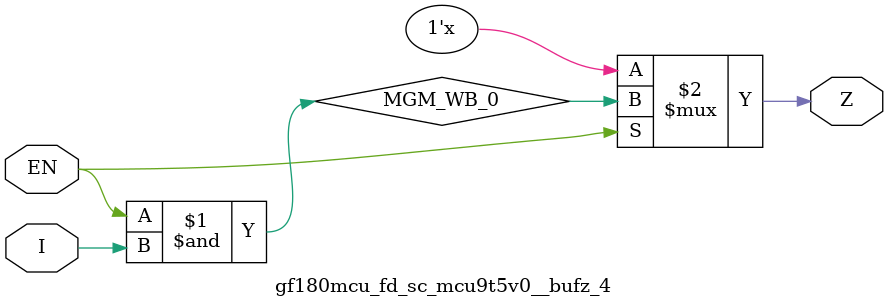
<source format=v>

module gf180mcu_fd_sc_mcu9t5v0__bufz_4( EN, I, Z );
input EN, I;
output Z;

	wire MGM_WB_0;

	wire MGM_WB_1;

	and MGM_BG_0( MGM_WB_0, EN, I );

	not MGM_BG_1( MGM_WB_1, EN );

	bufif0 MGM_BG_2( Z, MGM_WB_0,MGM_WB_1 );

endmodule

</source>
